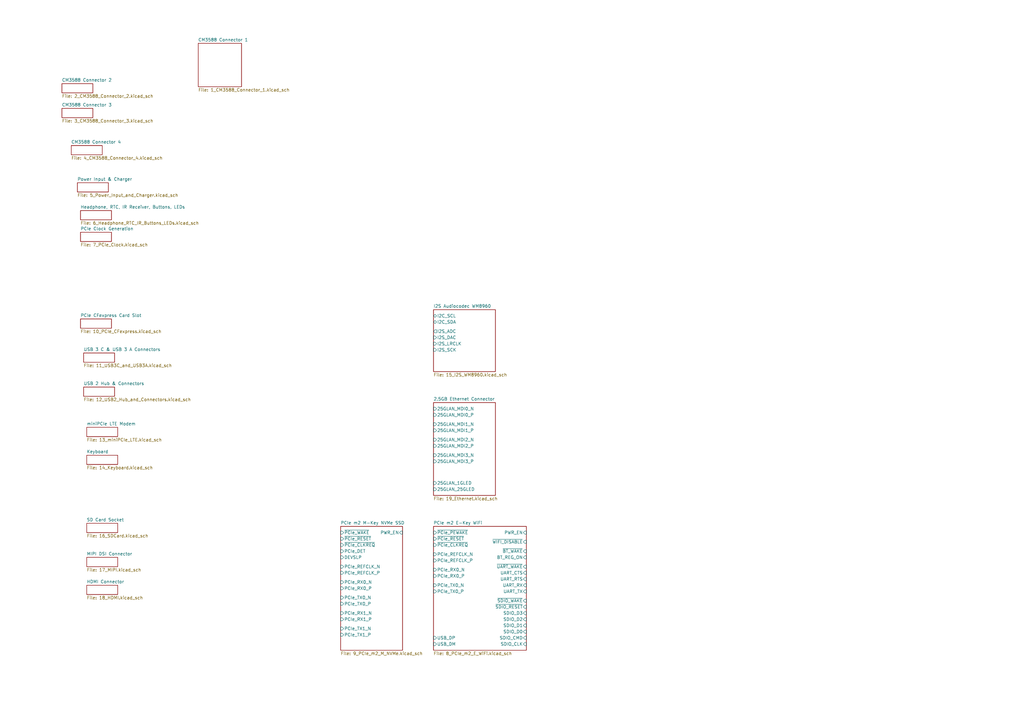
<source format=kicad_sch>
(kicad_sch
	(version 20250114)
	(generator "eeschema")
	(generator_version "9.0")
	(uuid "e8df7ad4-0398-46fe-8df2-22f014c5f1dd")
	(paper "A3")
	(lib_symbols)
	(sheet
		(at 31.75 74.93)
		(size 12.7 3.81)
		(exclude_from_sim no)
		(in_bom yes)
		(on_board yes)
		(dnp no)
		(fields_autoplaced yes)
		(stroke
			(width 0.1524)
			(type solid)
		)
		(fill
			(color 0 0 0 0.0000)
		)
		(uuid "07fa1f4a-4f08-4a00-b91a-2935c9cd6246")
		(property "Sheetname" "Power Input & Charger"
			(at 31.75 74.2184 0)
			(effects
				(font
					(size 1.27 1.27)
				)
				(justify left bottom)
			)
		)
		(property "Sheetfile" "5_Power_Input_and_Charger.kicad_sch"
			(at 31.75 79.3246 0)
			(effects
				(font
					(size 1.27 1.27)
				)
				(justify left top)
			)
		)
		(instances
			(project "mainboard"
				(path "/e8df7ad4-0398-46fe-8df2-22f014c5f1dd"
					(page "5")
				)
			)
		)
	)
	(sheet
		(at 81.28 17.78)
		(size 17.78 17.78)
		(exclude_from_sim no)
		(in_bom yes)
		(on_board yes)
		(dnp no)
		(fields_autoplaced yes)
		(stroke
			(width 0.1524)
			(type solid)
		)
		(fill
			(color 0 0 0 0.0000)
		)
		(uuid "179b20ca-7cf4-4c76-8c3b-b8b4c6c25c72")
		(property "Sheetname" "CM3588 Connector 1"
			(at 81.28 17.0684 0)
			(effects
				(font
					(size 1.27 1.27)
				)
				(justify left bottom)
			)
		)
		(property "Sheetfile" "1_CM3588_Connector_1.kicad_sch"
			(at 81.28 36.1446 0)
			(effects
				(font
					(size 1.27 1.27)
				)
				(justify left top)
			)
		)
		(instances
			(project "mainboard"
				(path "/e8df7ad4-0398-46fe-8df2-22f014c5f1dd"
					(page "1")
				)
			)
		)
	)
	(sheet
		(at 35.56 240.03)
		(size 12.7 3.81)
		(exclude_from_sim no)
		(in_bom yes)
		(on_board yes)
		(dnp no)
		(fields_autoplaced yes)
		(stroke
			(width 0.1524)
			(type solid)
		)
		(fill
			(color 0 0 0 0.0000)
		)
		(uuid "18d9dc9f-f158-4b8c-8c03-4e0e0e17c019")
		(property "Sheetname" "HDMI Connector"
			(at 35.56 239.3184 0)
			(effects
				(font
					(size 1.27 1.27)
				)
				(justify left bottom)
			)
		)
		(property "Sheetfile" "18_HDMI.kicad_sch"
			(at 35.56 244.4246 0)
			(effects
				(font
					(size 1.27 1.27)
				)
				(justify left top)
			)
		)
		(instances
			(project "mainboard"
				(path "/e8df7ad4-0398-46fe-8df2-22f014c5f1dd"
					(page "18")
				)
			)
		)
	)
	(sheet
		(at 33.02 95.25)
		(size 12.7 3.81)
		(exclude_from_sim no)
		(in_bom yes)
		(on_board yes)
		(dnp no)
		(fields_autoplaced yes)
		(stroke
			(width 0.1524)
			(type solid)
		)
		(fill
			(color 0 0 0 0.0000)
		)
		(uuid "484c6dee-af44-4b63-a825-46ce928312ff")
		(property "Sheetname" "PCIe Clock Generation"
			(at 33.02 94.5384 0)
			(effects
				(font
					(size 1.27 1.27)
				)
				(justify left bottom)
			)
		)
		(property "Sheetfile" "7_PCIe_Clock.kicad_sch"
			(at 33.02 99.6446 0)
			(effects
				(font
					(size 1.27 1.27)
				)
				(justify left top)
			)
		)
		(instances
			(project "mainboard"
				(path "/e8df7ad4-0398-46fe-8df2-22f014c5f1dd"
					(page "7")
				)
			)
		)
	)
	(sheet
		(at 139.7 215.9)
		(size 25.4 50.8)
		(exclude_from_sim no)
		(in_bom yes)
		(on_board yes)
		(dnp no)
		(fields_autoplaced yes)
		(stroke
			(width 0.1524)
			(type solid)
		)
		(fill
			(color 0 0 0 0.0000)
		)
		(uuid "6669fa1e-f015-4347-b375-5371b2a452c4")
		(property "Sheetname" "PCIe m2 M-Key NVMe SSD"
			(at 139.7 215.1884 0)
			(effects
				(font
					(size 1.27 1.27)
				)
				(justify left bottom)
			)
		)
		(property "Sheetfile" "9_PCIe_m2_M_NVMe.kicad_sch"
			(at 139.7 267.2846 0)
			(effects
				(font
					(size 1.27 1.27)
				)
				(justify left top)
			)
		)
		(pin "DEVSLP" input
			(at 139.7 228.6 180)
			(uuid "8250a307-5bfc-45cd-bcc1-a8e3b110935a")
			(effects
				(font
					(size 1.27 1.27)
				)
				(justify left)
			)
		)
		(pin "PCIe_DET" input
			(at 139.7 226.06 180)
			(uuid "5d36ab89-ee9c-45f1-9c8f-411f04604c30")
			(effects
				(font
					(size 1.27 1.27)
				)
				(justify left)
			)
		)
		(pin "PCIe_REFCLK_N" input
			(at 139.7 232.41 180)
			(uuid "456707b3-ef8a-449b-b780-e7ea84c2fe0f")
			(effects
				(font
					(size 1.27 1.27)
				)
				(justify left)
			)
		)
		(pin "PCIe_REFCLK_P" input
			(at 139.7 234.95 180)
			(uuid "3a6e22a8-1c33-4ccb-8634-0656c7ed4f73")
			(effects
				(font
					(size 1.27 1.27)
				)
				(justify left)
			)
		)
		(pin "PCIe_RX0_N" input
			(at 139.7 238.76 180)
			(uuid "b36f63ee-dda5-4273-8749-7e370dc55816")
			(effects
				(font
					(size 1.27 1.27)
				)
				(justify left)
			)
		)
		(pin "PCIe_RX0_P" input
			(at 139.7 241.3 180)
			(uuid "79078436-955e-4ba2-b5e9-f0115e164c7e")
			(effects
				(font
					(size 1.27 1.27)
				)
				(justify left)
			)
		)
		(pin "PCIe_RX1_N" input
			(at 139.7 251.46 180)
			(uuid "ab0b778b-3805-4636-8b20-f9d4a643390a")
			(effects
				(font
					(size 1.27 1.27)
				)
				(justify left)
			)
		)
		(pin "PCIe_RX1_P" input
			(at 139.7 254 180)
			(uuid "e44f8fa1-d1ae-449a-b73e-ebcffea75acf")
			(effects
				(font
					(size 1.27 1.27)
				)
				(justify left)
			)
		)
		(pin "PCIe_TX0_N" input
			(at 139.7 245.11 180)
			(uuid "8df59557-ebe2-4399-86e1-76227324d036")
			(effects
				(font
					(size 1.27 1.27)
				)
				(justify left)
			)
		)
		(pin "PCIe_TX0_P" input
			(at 139.7 247.65 180)
			(uuid "a3983adb-1f39-45d9-9b6c-038ef2f9cafd")
			(effects
				(font
					(size 1.27 1.27)
				)
				(justify left)
			)
		)
		(pin "PCIe_TX1_N" input
			(at 139.7 257.81 180)
			(uuid "812bc123-58af-4285-8223-066e31c940f8")
			(effects
				(font
					(size 1.27 1.27)
				)
				(justify left)
			)
		)
		(pin "PCIe_TX1_P" input
			(at 139.7 260.35 180)
			(uuid "5b162702-1ec8-4c70-9286-ab9a493e8c20")
			(effects
				(font
					(size 1.27 1.27)
				)
				(justify left)
			)
		)
		(pin "~{PCIe_CLKREQ}" input
			(at 139.7 223.52 180)
			(uuid "2fdb73b0-335b-4c65-a8b9-7614e14944c7")
			(effects
				(font
					(size 1.27 1.27)
				)
				(justify left)
			)
		)
		(pin "~{PCIe_RESET}" input
			(at 139.7 220.98 180)
			(uuid "2235e878-ea99-4ca6-8bc4-70d78ace0891")
			(effects
				(font
					(size 1.27 1.27)
				)
				(justify left)
			)
		)
		(pin "~{PCIe_WAKE}" input
			(at 139.7 218.44 180)
			(uuid "c7155c23-faf8-4a14-b0f7-6850aad77b01")
			(effects
				(font
					(size 1.27 1.27)
				)
				(justify left)
			)
		)
		(pin "PWR_EN" input
			(at 165.1 218.44 0)
			(uuid "5f32886c-3a2e-49d3-9f05-969676369bbf")
			(effects
				(font
					(size 1.27 1.27)
				)
				(justify right)
			)
		)
		(instances
			(project "mainboard"
				(path "/e8df7ad4-0398-46fe-8df2-22f014c5f1dd"
					(page "9")
				)
			)
		)
	)
	(sheet
		(at 25.4 44.45)
		(size 12.7 3.81)
		(exclude_from_sim no)
		(in_bom yes)
		(on_board yes)
		(dnp no)
		(fields_autoplaced yes)
		(stroke
			(width 0.1524)
			(type solid)
		)
		(fill
			(color 0 0 0 0.0000)
		)
		(uuid "68a2b222-807f-4ee1-877f-9299e0573b20")
		(property "Sheetname" "CM3588 Connector 3"
			(at 25.4 43.7384 0)
			(effects
				(font
					(size 1.27 1.27)
				)
				(justify left bottom)
			)
		)
		(property "Sheetfile" "3_CM3588_Connector_3.kicad_sch"
			(at 25.4 48.8446 0)
			(effects
				(font
					(size 1.27 1.27)
				)
				(justify left top)
			)
		)
		(instances
			(project "mainboard"
				(path "/e8df7ad4-0398-46fe-8df2-22f014c5f1dd"
					(page "3")
				)
			)
		)
	)
	(sheet
		(at 35.56 175.26)
		(size 12.7 3.81)
		(exclude_from_sim no)
		(in_bom yes)
		(on_board yes)
		(dnp no)
		(fields_autoplaced yes)
		(stroke
			(width 0.1524)
			(type solid)
		)
		(fill
			(color 0 0 0 0.0000)
		)
		(uuid "8644110b-fd44-4bf7-8252-8da3b2442694")
		(property "Sheetname" "miniPCIe LTE Modem"
			(at 35.56 174.5484 0)
			(effects
				(font
					(size 1.27 1.27)
				)
				(justify left bottom)
			)
		)
		(property "Sheetfile" "13_miniPCIe_LTE.kicad_sch"
			(at 35.56 179.6546 0)
			(effects
				(font
					(size 1.27 1.27)
				)
				(justify left top)
			)
		)
		(instances
			(project "mainboard"
				(path "/e8df7ad4-0398-46fe-8df2-22f014c5f1dd"
					(page "13")
				)
			)
		)
	)
	(sheet
		(at 35.56 214.63)
		(size 12.7 3.81)
		(exclude_from_sim no)
		(in_bom yes)
		(on_board yes)
		(dnp no)
		(fields_autoplaced yes)
		(stroke
			(width 0.1524)
			(type solid)
		)
		(fill
			(color 0 0 0 0.0000)
		)
		(uuid "8986aa19-15b1-4e69-80f7-caad2369fd75")
		(property "Sheetname" "SD Card Socket"
			(at 35.56 213.9184 0)
			(effects
				(font
					(size 1.27 1.27)
				)
				(justify left bottom)
			)
		)
		(property "Sheetfile" "16_SDCard.kicad_sch"
			(at 35.56 219.0246 0)
			(effects
				(font
					(size 1.27 1.27)
				)
				(justify left top)
			)
		)
		(instances
			(project "mainboard"
				(path "/e8df7ad4-0398-46fe-8df2-22f014c5f1dd"
					(page "16")
				)
			)
		)
	)
	(sheet
		(at 34.29 158.75)
		(size 12.7 3.81)
		(exclude_from_sim no)
		(in_bom yes)
		(on_board yes)
		(dnp no)
		(fields_autoplaced yes)
		(stroke
			(width 0.1524)
			(type solid)
		)
		(fill
			(color 0 0 0 0.0000)
		)
		(uuid "8cfb5e11-a71f-45fa-8675-4058f56774f6")
		(property "Sheetname" "USB 2 Hub & Connectors"
			(at 34.29 158.0384 0)
			(effects
				(font
					(size 1.27 1.27)
				)
				(justify left bottom)
			)
		)
		(property "Sheetfile" "12_USB2_Hub_and_Connectors.kicad_sch"
			(at 34.29 163.1446 0)
			(effects
				(font
					(size 1.27 1.27)
				)
				(justify left top)
			)
		)
		(instances
			(project "mainboard"
				(path "/e8df7ad4-0398-46fe-8df2-22f014c5f1dd"
					(page "12")
				)
			)
		)
	)
	(sheet
		(at 35.56 228.6)
		(size 12.7 3.81)
		(exclude_from_sim no)
		(in_bom yes)
		(on_board yes)
		(dnp no)
		(fields_autoplaced yes)
		(stroke
			(width 0.1524)
			(type solid)
		)
		(fill
			(color 0 0 0 0.0000)
		)
		(uuid "92c68f36-3049-4ded-92bc-6a7d51e36adb")
		(property "Sheetname" "MIPI DSI Connector"
			(at 35.56 227.8884 0)
			(effects
				(font
					(size 1.27 1.27)
				)
				(justify left bottom)
			)
		)
		(property "Sheetfile" "17_MIPI.kicad_sch"
			(at 35.56 232.9946 0)
			(effects
				(font
					(size 1.27 1.27)
				)
				(justify left top)
			)
		)
		(instances
			(project "mainboard"
				(path "/e8df7ad4-0398-46fe-8df2-22f014c5f1dd"
					(page "17")
				)
			)
		)
	)
	(sheet
		(at 29.21 59.69)
		(size 12.7 3.81)
		(exclude_from_sim no)
		(in_bom yes)
		(on_board yes)
		(dnp no)
		(fields_autoplaced yes)
		(stroke
			(width 0.1524)
			(type solid)
		)
		(fill
			(color 0 0 0 0.0000)
		)
		(uuid "98643362-4360-4082-9fcf-14e673c38aa5")
		(property "Sheetname" "CM3588 Connector 4"
			(at 29.21 58.9784 0)
			(effects
				(font
					(size 1.27 1.27)
				)
				(justify left bottom)
			)
		)
		(property "Sheetfile" "4_CM3588_Connector_4.kicad_sch"
			(at 29.21 64.0846 0)
			(effects
				(font
					(size 1.27 1.27)
				)
				(justify left top)
			)
		)
		(instances
			(project "mainboard"
				(path "/e8df7ad4-0398-46fe-8df2-22f014c5f1dd"
					(page "4")
				)
			)
		)
	)
	(sheet
		(at 177.8 165.1)
		(size 25.4 38.1)
		(exclude_from_sim no)
		(in_bom yes)
		(on_board yes)
		(dnp no)
		(fields_autoplaced yes)
		(stroke
			(width 0.1524)
			(type solid)
		)
		(fill
			(color 0 0 0 0.0000)
		)
		(uuid "a5e27188-7231-4ab7-9c42-d430df737766")
		(property "Sheetname" "2.5GB Ethernet Connector"
			(at 177.8 164.3884 0)
			(effects
				(font
					(size 1.27 1.27)
				)
				(justify left bottom)
			)
		)
		(property "Sheetfile" "19_Ethernet.kicad_sch"
			(at 177.8 203.7846 0)
			(effects
				(font
					(size 1.27 1.27)
				)
				(justify left top)
			)
		)
		(pin "25GLAN_1GLED" input
			(at 177.8 198.12 180)
			(uuid "ea970541-ad9d-4d0d-8547-911cd1b37aa9")
			(effects
				(font
					(size 1.27 1.27)
				)
				(justify left)
			)
		)
		(pin "25GLAN_25GLED" input
			(at 177.8 200.66 180)
			(uuid "24cd0925-74b4-4560-a33f-7ae7e76c3a3e")
			(effects
				(font
					(size 1.27 1.27)
				)
				(justify left)
			)
		)
		(pin "25GLAN_MDI0_N" input
			(at 177.8 167.64 180)
			(uuid "f4af2d9b-10aa-40d9-9350-e6784521ac08")
			(effects
				(font
					(size 1.27 1.27)
				)
				(justify left)
			)
		)
		(pin "25GLAN_MDI0_P" input
			(at 177.8 170.18 180)
			(uuid "8dc62061-0699-45aa-8299-c65240602a1a")
			(effects
				(font
					(size 1.27 1.27)
				)
				(justify left)
			)
		)
		(pin "25GLAN_MDI1_N" input
			(at 177.8 173.99 180)
			(uuid "43d26a30-eace-40b0-aa03-d92c1c451f27")
			(effects
				(font
					(size 1.27 1.27)
				)
				(justify left)
			)
		)
		(pin "25GLAN_MDI1_P" input
			(at 177.8 176.53 180)
			(uuid "be8f7c3b-1e68-430d-85c9-d46a41f163fc")
			(effects
				(font
					(size 1.27 1.27)
				)
				(justify left)
			)
		)
		(pin "25GLAN_MDI2_N" input
			(at 177.8 180.34 180)
			(uuid "d967f382-784f-41fb-b4e8-dee48dc0690a")
			(effects
				(font
					(size 1.27 1.27)
				)
				(justify left)
			)
		)
		(pin "25GLAN_MDI2_P" input
			(at 177.8 182.88 180)
			(uuid "c38142cb-b0fb-4b38-9cc8-5fc01535ef0e")
			(effects
				(font
					(size 1.27 1.27)
				)
				(justify left)
			)
		)
		(pin "25GLAN_MDI3_N" input
			(at 177.8 186.69 180)
			(uuid "f5e953cf-b5bc-460c-a839-2c64b5e03602")
			(effects
				(font
					(size 1.27 1.27)
				)
				(justify left)
			)
		)
		(pin "25GLAN_MDI3_P" input
			(at 177.8 189.23 180)
			(uuid "f14274d4-a744-4264-9042-6c9ae352287b")
			(effects
				(font
					(size 1.27 1.27)
				)
				(justify left)
			)
		)
		(instances
			(project "mainboard"
				(path "/e8df7ad4-0398-46fe-8df2-22f014c5f1dd"
					(page "19")
				)
			)
		)
	)
	(sheet
		(at 177.8 215.9)
		(size 38.1 50.8)
		(exclude_from_sim no)
		(in_bom yes)
		(on_board yes)
		(dnp no)
		(fields_autoplaced yes)
		(stroke
			(width 0.1524)
			(type solid)
		)
		(fill
			(color 0 0 0 0.0000)
		)
		(uuid "a6c4e84f-5700-4370-a676-0959800a711a")
		(property "Sheetname" "PCIe m2 E-Key WiFi"
			(at 177.8 215.1884 0)
			(effects
				(font
					(size 1.27 1.27)
				)
				(justify left bottom)
			)
		)
		(property "Sheetfile" "8_PCIe_m2_E_WiFi.kicad_sch"
			(at 177.8 267.2846 0)
			(effects
				(font
					(size 1.27 1.27)
				)
				(justify left top)
			)
		)
		(pin "BT_REG_ON" input
			(at 215.9 228.6 0)
			(uuid "a419b7ef-d2ce-48c8-9df0-fcf1a3ee2669")
			(effects
				(font
					(size 1.27 1.27)
				)
				(justify right)
			)
		)
		(pin "PCIe_REFCLK_N" input
			(at 177.8 227.33 180)
			(uuid "ca33330a-3ba5-40ef-bc00-d2d7c19c15d3")
			(effects
				(font
					(size 1.27 1.27)
				)
				(justify left)
			)
		)
		(pin "PCIe_REFCLK_P" input
			(at 177.8 229.87 180)
			(uuid "61da3f16-0238-4bb8-a176-9311cc4d7c2b")
			(effects
				(font
					(size 1.27 1.27)
				)
				(justify left)
			)
		)
		(pin "PCIe_RX0_N" input
			(at 177.8 233.68 180)
			(uuid "8228758c-c887-4d14-aa2c-d1df368fa549")
			(effects
				(font
					(size 1.27 1.27)
				)
				(justify left)
			)
		)
		(pin "PCIe_RX0_P" input
			(at 177.8 236.22 180)
			(uuid "dfc69cb8-e98f-4d79-8e62-5d3b37eecdea")
			(effects
				(font
					(size 1.27 1.27)
				)
				(justify left)
			)
		)
		(pin "PCIe_TX0_N" input
			(at 177.8 240.03 180)
			(uuid "78154470-766a-439c-8d1c-92322baaa908")
			(effects
				(font
					(size 1.27 1.27)
				)
				(justify left)
			)
		)
		(pin "PCIe_TX0_P" input
			(at 177.8 242.57 180)
			(uuid "503d3434-3c92-4a17-8739-9187ca703ca5")
			(effects
				(font
					(size 1.27 1.27)
				)
				(justify left)
			)
		)
		(pin "PWR_EN" input
			(at 215.9 218.44 0)
			(uuid "a7721f1a-3755-4947-91e0-d0b49bc47497")
			(effects
				(font
					(size 1.27 1.27)
				)
				(justify right)
			)
		)
		(pin "SDIO_CLK" input
			(at 215.9 264.16 0)
			(uuid "89183d58-0cbf-45e9-998f-97e595956f39")
			(effects
				(font
					(size 1.27 1.27)
				)
				(justify right)
			)
		)
		(pin "SDIO_CMD" input
			(at 215.9 261.62 0)
			(uuid "3bb7f4f1-9a71-4b78-b11b-4ca417f19018")
			(effects
				(font
					(size 1.27 1.27)
				)
				(justify right)
			)
		)
		(pin "SDIO_D0" input
			(at 215.9 259.08 0)
			(uuid "499148c3-e452-4ed6-b36a-c0e2089c3a94")
			(effects
				(font
					(size 1.27 1.27)
				)
				(justify right)
			)
		)
		(pin "SDIO_D1" input
			(at 215.9 256.54 0)
			(uuid "1400c6b0-63da-4346-9fb5-4902b32a7de9")
			(effects
				(font
					(size 1.27 1.27)
				)
				(justify right)
			)
		)
		(pin "SDIO_D2" input
			(at 215.9 254 0)
			(uuid "37efb270-c9d5-4b1b-be84-7619150bb51b")
			(effects
				(font
					(size 1.27 1.27)
				)
				(justify right)
			)
		)
		(pin "SDIO_D3" input
			(at 215.9 251.46 0)
			(uuid "1dee3050-9556-46d2-a108-a109e34b8695")
			(effects
				(font
					(size 1.27 1.27)
				)
				(justify right)
			)
		)
		(pin "UART_CTS" input
			(at 215.9 234.95 0)
			(uuid "b651bca2-48fb-403b-8841-d46b695d6cfc")
			(effects
				(font
					(size 1.27 1.27)
				)
				(justify right)
			)
		)
		(pin "UART_RTS" input
			(at 215.9 237.49 0)
			(uuid "178e3ca4-fb21-4b7a-a25a-558444f803c6")
			(effects
				(font
					(size 1.27 1.27)
				)
				(justify right)
			)
		)
		(pin "UART_RX" input
			(at 215.9 240.03 0)
			(uuid "2f9ac340-3503-4c65-8831-74bdd8592184")
			(effects
				(font
					(size 1.27 1.27)
				)
				(justify right)
			)
		)
		(pin "UART_TX" input
			(at 215.9 242.57 0)
			(uuid "1c71a551-eee1-48d4-b955-f9bc9aa211b6")
			(effects
				(font
					(size 1.27 1.27)
				)
				(justify right)
			)
		)
		(pin "USB_DM" input
			(at 177.8 264.16 180)
			(uuid "c0331a03-48c8-4488-8c45-a89ec165729c")
			(effects
				(font
					(size 1.27 1.27)
				)
				(justify left)
			)
		)
		(pin "USB_DP" input
			(at 177.8 261.62 180)
			(uuid "acb8ba47-8f80-4fa0-be1d-36d1669db348")
			(effects
				(font
					(size 1.27 1.27)
				)
				(justify left)
			)
		)
		(pin "~{BT_WAKE}" input
			(at 215.9 226.06 0)
			(uuid "a216ab39-c948-4b57-9a98-3bd3e87d2e01")
			(effects
				(font
					(size 1.27 1.27)
				)
				(justify right)
			)
		)
		(pin "~{PCIe_CLKREQ}" input
			(at 177.8 223.52 180)
			(uuid "4bff014c-8b0d-48a3-b158-8f9f6e4951ad")
			(effects
				(font
					(size 1.27 1.27)
				)
				(justify left)
			)
		)
		(pin "~{PCIe_PEWAKE}" input
			(at 177.8 218.44 180)
			(uuid "d7264f83-4ba1-489e-9a91-27a7834d0ff4")
			(effects
				(font
					(size 1.27 1.27)
				)
				(justify left)
			)
		)
		(pin "~{PCIe_RESET}" input
			(at 177.8 220.98 180)
			(uuid "b58f351d-6c24-407f-a647-c139a0292561")
			(effects
				(font
					(size 1.27 1.27)
				)
				(justify left)
			)
		)
		(pin "~{SDIO_RESET}" input
			(at 215.9 248.92 0)
			(uuid "dee584bb-8033-4eeb-b90d-86d151453088")
			(effects
				(font
					(size 1.27 1.27)
				)
				(justify right)
			)
		)
		(pin "~{SDIO_WAKE}" input
			(at 215.9 246.38 0)
			(uuid "ddb31367-03bd-4df6-b0ba-7254b66df4d9")
			(effects
				(font
					(size 1.27 1.27)
				)
				(justify right)
			)
		)
		(pin "~{UART_WAKE}" input
			(at 215.9 232.41 0)
			(uuid "ed4b98d1-e965-49cc-8add-ab57c8718b2c")
			(effects
				(font
					(size 1.27 1.27)
				)
				(justify right)
			)
		)
		(pin "~{WIFI_DISABLE}" input
			(at 215.9 222.25 0)
			(uuid "20ceb7d5-05bb-4826-b8b7-95f4ba3358d9")
			(effects
				(font
					(size 1.27 1.27)
				)
				(justify right)
			)
		)
		(instances
			(project "mainboard"
				(path "/e8df7ad4-0398-46fe-8df2-22f014c5f1dd"
					(page "8")
				)
			)
		)
	)
	(sheet
		(at 177.8 127)
		(size 25.4 25.4)
		(exclude_from_sim no)
		(in_bom yes)
		(on_board yes)
		(dnp no)
		(fields_autoplaced yes)
		(stroke
			(width 0.1524)
			(type solid)
		)
		(fill
			(color 0 0 0 0.0000)
		)
		(uuid "b257af20-c8e7-4b15-a490-5e02f5f9fd5b")
		(property "Sheetname" "I2S Audiocodec WM8960"
			(at 177.8 126.2884 0)
			(effects
				(font
					(size 1.27 1.27)
				)
				(justify left bottom)
			)
		)
		(property "Sheetfile" "15_I2S_WM8960.kicad_sch"
			(at 177.8 152.9846 0)
			(effects
				(font
					(size 1.27 1.27)
				)
				(justify left top)
			)
		)
		(pin "I2C_SCL" bidirectional
			(at 177.8 129.54 180)
			(uuid "979cdd8e-a106-445d-b8a7-48f177e59667")
			(effects
				(font
					(size 1.27 1.27)
				)
				(justify left)
			)
		)
		(pin "I2C_SDA" bidirectional
			(at 177.8 132.08 180)
			(uuid "282c9627-54b5-4aa2-bee8-89a08e502522")
			(effects
				(font
					(size 1.27 1.27)
				)
				(justify left)
			)
		)
		(pin "I2S_ADC" output
			(at 177.8 135.89 180)
			(uuid "a05cbe98-0618-446b-883e-d0c320231d4f")
			(effects
				(font
					(size 1.27 1.27)
				)
				(justify left)
			)
		)
		(pin "I2S_DAC" input
			(at 177.8 138.43 180)
			(uuid "b2c31b22-7b40-4714-bd58-1e419d037485")
			(effects
				(font
					(size 1.27 1.27)
				)
				(justify left)
			)
		)
		(pin "I2S_LRCLK" input
			(at 177.8 140.97 180)
			(uuid "db7ee098-c218-4701-9252-75e9f0dd2637")
			(effects
				(font
					(size 1.27 1.27)
				)
				(justify left)
			)
		)
		(pin "I2S_SCK" input
			(at 177.8 143.51 180)
			(uuid "29494526-8279-4f0f-9c50-01e51fd57fc1")
			(effects
				(font
					(size 1.27 1.27)
				)
				(justify left)
			)
		)
		(instances
			(project "mainboard"
				(path "/e8df7ad4-0398-46fe-8df2-22f014c5f1dd"
					(page "15")
				)
			)
		)
	)
	(sheet
		(at 34.29 144.78)
		(size 12.7 3.81)
		(exclude_from_sim no)
		(in_bom yes)
		(on_board yes)
		(dnp no)
		(fields_autoplaced yes)
		(stroke
			(width 0.1524)
			(type solid)
		)
		(fill
			(color 0 0 0 0.0000)
		)
		(uuid "b40728d0-bb26-4ad0-892e-a0f99316494b")
		(property "Sheetname" "USB 3 C & USB 3 A Connectors"
			(at 34.29 144.0684 0)
			(effects
				(font
					(size 1.27 1.27)
				)
				(justify left bottom)
			)
		)
		(property "Sheetfile" "11_USB3C_and_USB3A.kicad_sch"
			(at 34.29 149.1746 0)
			(effects
				(font
					(size 1.27 1.27)
				)
				(justify left top)
			)
		)
		(instances
			(project "mainboard"
				(path "/e8df7ad4-0398-46fe-8df2-22f014c5f1dd"
					(page "11")
				)
			)
		)
	)
	(sheet
		(at 35.56 186.69)
		(size 12.7 3.81)
		(exclude_from_sim no)
		(in_bom yes)
		(on_board yes)
		(dnp no)
		(fields_autoplaced yes)
		(stroke
			(width 0.1524)
			(type solid)
		)
		(fill
			(color 0 0 0 0.0000)
		)
		(uuid "b53c68d6-890a-48ca-a848-4e830d0e96f7")
		(property "Sheetname" "Keyboard"
			(at 35.56 185.9784 0)
			(effects
				(font
					(size 1.27 1.27)
				)
				(justify left bottom)
			)
		)
		(property "Sheetfile" "14_Keyboard.kicad_sch"
			(at 35.56 191.0846 0)
			(effects
				(font
					(size 1.27 1.27)
				)
				(justify left top)
			)
		)
		(instances
			(project "mainboard"
				(path "/e8df7ad4-0398-46fe-8df2-22f014c5f1dd"
					(page "14")
				)
			)
		)
	)
	(sheet
		(at 25.4 34.29)
		(size 12.7 3.81)
		(exclude_from_sim no)
		(in_bom yes)
		(on_board yes)
		(dnp no)
		(fields_autoplaced yes)
		(stroke
			(width 0.1524)
			(type solid)
		)
		(fill
			(color 0 0 0 0.0000)
		)
		(uuid "bcd9a7a9-7c30-4b20-85c5-75455db96f45")
		(property "Sheetname" "CM3588 Connector 2"
			(at 25.4 33.5784 0)
			(effects
				(font
					(size 1.27 1.27)
				)
				(justify left bottom)
			)
		)
		(property "Sheetfile" "2_CM3588_Connector_2.kicad_sch"
			(at 25.4 38.6846 0)
			(effects
				(font
					(size 1.27 1.27)
				)
				(justify left top)
			)
		)
		(instances
			(project "mainboard"
				(path "/e8df7ad4-0398-46fe-8df2-22f014c5f1dd"
					(page "2")
				)
			)
		)
	)
	(sheet
		(at 33.02 86.36)
		(size 12.7 3.81)
		(exclude_from_sim no)
		(in_bom yes)
		(on_board yes)
		(dnp no)
		(fields_autoplaced yes)
		(stroke
			(width 0.1524)
			(type solid)
		)
		(fill
			(color 0 0 0 0.0000)
		)
		(uuid "c1c653fe-8be5-421f-be33-d886be37e0a5")
		(property "Sheetname" "Headphone, RTC, IR Receiver, Buttons, LEDs"
			(at 33.02 85.6484 0)
			(effects
				(font
					(size 1.27 1.27)
				)
				(justify left bottom)
			)
		)
		(property "Sheetfile" "6_Headphone_RTC_IR_Buttons_LEDs.kicad_sch"
			(at 33.02 90.7546 0)
			(effects
				(font
					(size 1.27 1.27)
				)
				(justify left top)
			)
		)
		(instances
			(project "mainboard"
				(path "/e8df7ad4-0398-46fe-8df2-22f014c5f1dd"
					(page "6")
				)
			)
		)
	)
	(sheet
		(at 33.02 130.81)
		(size 12.7 3.81)
		(exclude_from_sim no)
		(in_bom yes)
		(on_board yes)
		(dnp no)
		(fields_autoplaced yes)
		(stroke
			(width 0.1524)
			(type solid)
		)
		(fill
			(color 0 0 0 0.0000)
		)
		(uuid "e7fb8ba8-ec6e-4e12-955d-f90b904d700b")
		(property "Sheetname" "PCIe CFexpress Card Slot"
			(at 33.02 130.0984 0)
			(effects
				(font
					(size 1.27 1.27)
				)
				(justify left bottom)
			)
		)
		(property "Sheetfile" "10_PCIe_CFexpress.kicad_sch"
			(at 33.02 135.2046 0)
			(effects
				(font
					(size 1.27 1.27)
				)
				(justify left top)
			)
		)
		(instances
			(project "mainboard"
				(path "/e8df7ad4-0398-46fe-8df2-22f014c5f1dd"
					(page "10")
				)
			)
		)
	)
	(sheet_instances
		(path "/"
			(page "0")
		)
	)
	(embedded_fonts no)
	(embedded_files
		(file
			(name "A3_ISO5457-1999_ISO7200-2004-compact_EN.kicad_wks")
			(type worksheet)
			(data |KLUv/WBhIyUiACaqeCUQrbgB3wq561/zHS4DZ1bsoBEJEmVkiIiIKJO/3MeAqqqGgFIBcQBqAGkA
				y90R8ouOsTYnc+DiJXsjuwQlLJgi8eqtbrelDURyRpvp0pweHzWF/ny+YrT5hzsWrE55JEb/4ZMy
				/U+Smp4nEmgyzbZKkGQ+lIePeNQ0dlYnD4EkXIIipmkOq09A1Vv8GaUq7xWjCvCV6fJEDy55KCas
				52J0IzT3AW8bcGw4yAWLH8Mtx5CNJWO5WDZLZrksIy8I13vtXLfGjPFarnv6S/7QSwT6qgKxFqMv
				TZFWaGOtJorR5i3esGDWt/jLn3C+6eZsc7LVqxeEvQzh9kYJ5ZOuSSYXS9lrcYwBPj3iU6PnAUmT
				hzc0rQ25tcYX4DzlEPVIQpU0UZU7AmLcBhlybNYMNtbYW8jKze3r9noZt11RIYvqlptBhqz7Whfy
				gswUP3ltVP/npymbVZdb42Z19WJhtHpW6C4sWJokl2ii4HzTzdYzAM1zmK1TECBgWBxXYxc0WI49
				R2u3DcZaQ20OfKyBFzeW01GZ43YQiPzuE4bmPN4mkZ4EZrFSVZBGJvV/tkEnwh2O3+tlPh5RVIVB
				Bzx6iDFXVf75qm2jLq8vOaXymAwei5gmRTEcr4tUiP/js/FY+0MKgUmowXBLRkSSpKCQ5vERIYgw
				W3UySAwDIRTDARlIMRhCIZJDAiIggiIkxCBjTgXmAwRYtcuOPfmcfE+UZp3iNJq0sGNgjzFCXpi1
				1JnEVh8YhGH6FRRskCwCdUxrSdKXaESAhBcT9B7vNZqYihTW45d4+WJK/8maE2nhs922Ehdik8p2
				KIBItOZsadcyeuTIoXTSwHaBULl8zL5Mq6y0VyE7+/ws/BJqyZAL/t1mVbRHodIbeGfsOnAVqxlp
				LreH/CjzWsWr/Q9CejwLZ9WLlm0AmJlUtJrRYtPBNIFPVMcypMxjFLLNxSRJWnyBTp4zBql26/9V
				M1dOuQYRGZjCtqSiyf7WNjQvhcCdteVlFFAgHqe/UYRosQMXJGoOqo0ztK9Adc0UpxL1vFtB7BC8
				toG+yKNFw8bJm72toMmoVumH7fvFefn8ze5//gJI+uYPLHcx9AbuLf+LdqQi7p+GHrH+iyPU+/UQ
				+n0VhHq+HkJ/r4JQ10sQyuss6E75+yBz7JaUnEhOLC3hhEwi4ByRBkoeEXGrmROTbhLT5B30Y+Iw
				eLixSl3p8iNeLYdBqw4hDlM9hhOl2hsnBxmEPoR3SFnmUw4iBDUwH5mT2afZv/70nLEIkrB0tUJP
				8Dp+DhSLnEV3/XoO5dseUOT0t8gnDjjYbz1iHBp3aUCv4SWbI1U5CWImEFlAuq/BTbDWUNSNwXzL
				aEyt9T1oeoQ+olH+W2P6Wr5S5lNY09aaoE8WtwOGWhBFuI0FTqaMfEFtSCVqV6LqeFPaRSg7PwFv
				65oXP5wdimnw5YX7tQinpqhUAQ==|
			)
			(checksum "390B5D6CBC7D9953924469EDACCB19C5")
		)
	)
)

</source>
